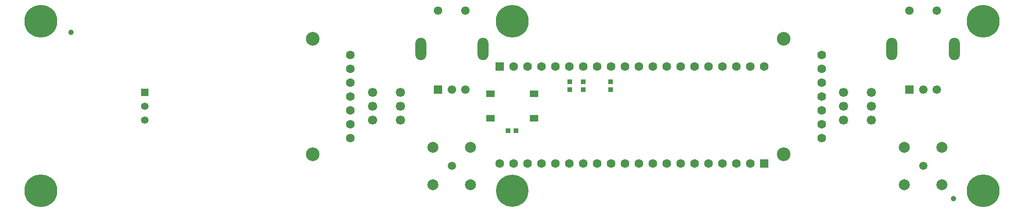
<source format=gbr>
%TF.GenerationSoftware,Altium Limited,Altium Designer,23.7.1 (13)*%
G04 Layer_Color=255*
%FSLAX45Y45*%
%MOMM*%
%TF.SameCoordinates,F0F8C17F-0DA8-4E41-987A-5915CA82B15D*%
%TF.FilePolarity,Positive*%
%TF.FileFunction,Pads,Top*%
%TF.Part,Single*%
G01*
G75*
%TA.AperFunction,SMDPad,CuDef*%
%ADD10R,0.91213X0.95814*%
%ADD11R,0.95872X0.91213*%
%TA.AperFunction,FiducialPad,Global*%
%ADD12C,1.00000*%
%TA.AperFunction,SMDPad,CuDef*%
%ADD13R,1.55000X1.30000*%
%TA.AperFunction,ComponentPad*%
%ADD15R,1.60000X1.60000*%
%ADD16C,1.60000*%
%ADD17C,1.55000*%
%ADD18R,1.55000X1.55000*%
G04:AMPARAMS|DCode=19|XSize=2mm|YSize=4.1mm|CornerRadius=1mm|HoleSize=0mm|Usage=FLASHONLY|Rotation=0.000|XOffset=0mm|YOffset=0mm|HoleType=Round|Shape=RoundedRectangle|*
%AMROUNDEDRECTD19*
21,1,2.00000,2.10000,0,0,0.0*
21,1,0.00000,4.10000,0,0,0.0*
1,1,2.00000,0.00000,-1.05000*
1,1,2.00000,0.00000,-1.05000*
1,1,2.00000,0.00000,1.05000*
1,1,2.00000,0.00000,1.05000*
%
%ADD19ROUNDEDRECTD19*%
%ADD20C,1.69000*%
%ADD21C,2.50000*%
%ADD22C,1.35800*%
%ADD23R,1.35800X1.35800*%
%ADD24C,1.49860*%
%ADD25C,2.00660*%
%TA.AperFunction,WasherPad*%
%ADD26C,6.00000*%
%ADD27C,5.90000*%
D10*
X1300000Y2345200D02*
D03*
Y2204801D02*
D03*
X1050000Y2345200D02*
D03*
Y2204801D02*
D03*
X1800000D02*
D03*
Y2345200D02*
D03*
D11*
X72671Y1450000D02*
D03*
X-72671D02*
D03*
D12*
X8050000Y199999D02*
D03*
X-8050000Y3249999D02*
D03*
D13*
X-397500Y2125000D02*
D03*
X397500D02*
D03*
X-397500Y1675000D02*
D03*
X397500D02*
D03*
D15*
X-225000Y2628000D02*
D03*
X4601000Y850000D02*
D03*
D16*
X29000Y2628000D02*
D03*
X283000D02*
D03*
X537000D02*
D03*
X791000D02*
D03*
X1045000D02*
D03*
X1299000D02*
D03*
X1553000D02*
D03*
X1807000D02*
D03*
X2061000D02*
D03*
X2315000D02*
D03*
X2569000D02*
D03*
X2823000D02*
D03*
X3077000D02*
D03*
X3331000D02*
D03*
X3585000D02*
D03*
X3839000D02*
D03*
X4093000D02*
D03*
X4347000D02*
D03*
X4601000D02*
D03*
X-2952000Y1313998D02*
D03*
Y1567998D02*
D03*
Y1821998D02*
D03*
Y2075998D02*
D03*
Y2329998D02*
D03*
Y2583998D02*
D03*
Y2837998D02*
D03*
X-225000Y850000D02*
D03*
X29000D02*
D03*
X283000D02*
D03*
X537000D02*
D03*
X791000D02*
D03*
X1045000D02*
D03*
X1299000D02*
D03*
X1553000D02*
D03*
X1807000D02*
D03*
X2061000D02*
D03*
X2315000D02*
D03*
X2569000D02*
D03*
X2823000D02*
D03*
X3077000D02*
D03*
X3331000D02*
D03*
X3585000D02*
D03*
X3839000D02*
D03*
X4093000D02*
D03*
X4347000D02*
D03*
X5648000Y2837998D02*
D03*
Y2583998D02*
D03*
Y2329998D02*
D03*
Y2075998D02*
D03*
Y1821998D02*
D03*
Y1567998D02*
D03*
Y1313998D02*
D03*
D17*
X7250000Y3649999D02*
D03*
X7750000D02*
D03*
X7500000Y2199998D02*
D03*
X7750000D02*
D03*
X-850000D02*
D03*
X-1100000D02*
D03*
X-850000Y3649999D02*
D03*
X-1350000D02*
D03*
D18*
X7250000Y2199998D02*
D03*
X-1350000D02*
D03*
D19*
X6930000Y2949998D02*
D03*
X8070000D02*
D03*
X-530000D02*
D03*
X-1670000D02*
D03*
D20*
X6558000Y1899998D02*
D03*
Y2153998D02*
D03*
X6050000Y1645998D02*
D03*
Y1899998D02*
D03*
Y2153998D02*
D03*
X6558000Y1645998D02*
D03*
X-2550000D02*
D03*
Y1899998D02*
D03*
Y2153998D02*
D03*
X-2042000Y1645998D02*
D03*
Y1899998D02*
D03*
Y2153998D02*
D03*
D21*
X-3642000Y1015998D02*
D03*
Y3135998D02*
D03*
X4958000D02*
D03*
Y1015998D02*
D03*
D22*
X-6700000Y1646000D02*
D03*
Y1900000D02*
D03*
D23*
Y2154000D02*
D03*
D24*
X-1100000Y799998D02*
D03*
X7500000D02*
D03*
D25*
X-1444170Y1144168D02*
D03*
X-755830D02*
D03*
X-1444170Y455828D02*
D03*
X-755830D02*
D03*
X7155830Y1144168D02*
D03*
X7844170D02*
D03*
X7155830Y455828D02*
D03*
X7844170D02*
D03*
D26*
X-8600000Y3449998D02*
D03*
Y349999D02*
D03*
X0Y3449998D02*
D03*
X8600000Y349999D02*
D03*
Y3449998D02*
D03*
D27*
X-0Y349999D02*
D03*
%TF.MD5,b72b99f96a2ce71ef431ff6071ebb93d*%
M02*

</source>
